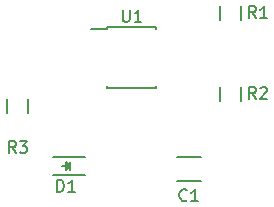
<source format=gto>
G04 #@! TF.FileFunction,Legend,Top*
%FSLAX46Y46*%
G04 Gerber Fmt 4.6, Leading zero omitted, Abs format (unit mm)*
G04 Created by KiCad (PCBNEW 4.0.2-stable) date 2016 May 30, Monday 20:39:18*
%MOMM*%
G01*
G04 APERTURE LIST*
%ADD10C,0.100000*%
%ADD11C,0.150000*%
G04 APERTURE END LIST*
D10*
D11*
X150892000Y-113547000D02*
X152892000Y-113547000D01*
X152892000Y-111497000D02*
X150892000Y-111497000D01*
X143078000Y-111518000D02*
X140378000Y-111518000D01*
X143078000Y-113018000D02*
X140378000Y-113018000D01*
X141578000Y-112118000D02*
X141578000Y-112368000D01*
X141578000Y-112368000D02*
X141728000Y-112218000D01*
X141828000Y-112618000D02*
X141828000Y-111918000D01*
X141478000Y-112268000D02*
X141128000Y-112268000D01*
X141828000Y-112268000D02*
X141478000Y-112618000D01*
X141478000Y-112618000D02*
X141478000Y-111918000D01*
X141478000Y-111918000D02*
X141828000Y-112268000D01*
X154573000Y-99914000D02*
X154573000Y-98714000D01*
X156323000Y-98714000D02*
X156323000Y-99914000D01*
X154573000Y-106772000D02*
X154573000Y-105572000D01*
X156323000Y-105572000D02*
X156323000Y-106772000D01*
X136539000Y-107788000D02*
X136539000Y-106588000D01*
X138289000Y-106588000D02*
X138289000Y-107788000D01*
X144991000Y-100549000D02*
X144991000Y-100694000D01*
X149141000Y-100549000D02*
X149141000Y-100694000D01*
X149141000Y-105699000D02*
X149141000Y-105554000D01*
X144991000Y-105699000D02*
X144991000Y-105554000D01*
X144991000Y-100549000D02*
X149141000Y-100549000D01*
X144991000Y-105699000D02*
X149141000Y-105699000D01*
X144991000Y-100694000D02*
X143591000Y-100694000D01*
X151725334Y-115179143D02*
X151677715Y-115226762D01*
X151534858Y-115274381D01*
X151439620Y-115274381D01*
X151296762Y-115226762D01*
X151201524Y-115131524D01*
X151153905Y-115036286D01*
X151106286Y-114845810D01*
X151106286Y-114702952D01*
X151153905Y-114512476D01*
X151201524Y-114417238D01*
X151296762Y-114322000D01*
X151439620Y-114274381D01*
X151534858Y-114274381D01*
X151677715Y-114322000D01*
X151725334Y-114369619D01*
X152677715Y-115274381D02*
X152106286Y-115274381D01*
X152392000Y-115274381D02*
X152392000Y-114274381D01*
X152296762Y-114417238D01*
X152201524Y-114512476D01*
X152106286Y-114560095D01*
X140739905Y-114470381D02*
X140739905Y-113470381D01*
X140978000Y-113470381D01*
X141120858Y-113518000D01*
X141216096Y-113613238D01*
X141263715Y-113708476D01*
X141311334Y-113898952D01*
X141311334Y-114041810D01*
X141263715Y-114232286D01*
X141216096Y-114327524D01*
X141120858Y-114422762D01*
X140978000Y-114470381D01*
X140739905Y-114470381D01*
X142263715Y-114470381D02*
X141692286Y-114470381D01*
X141978000Y-114470381D02*
X141978000Y-113470381D01*
X141882762Y-113613238D01*
X141787524Y-113708476D01*
X141692286Y-113756095D01*
X157567334Y-99766381D02*
X157234000Y-99290190D01*
X156995905Y-99766381D02*
X156995905Y-98766381D01*
X157376858Y-98766381D01*
X157472096Y-98814000D01*
X157519715Y-98861619D01*
X157567334Y-98956857D01*
X157567334Y-99099714D01*
X157519715Y-99194952D01*
X157472096Y-99242571D01*
X157376858Y-99290190D01*
X156995905Y-99290190D01*
X158519715Y-99766381D02*
X157948286Y-99766381D01*
X158234000Y-99766381D02*
X158234000Y-98766381D01*
X158138762Y-98909238D01*
X158043524Y-99004476D01*
X157948286Y-99052095D01*
X157567334Y-106624381D02*
X157234000Y-106148190D01*
X156995905Y-106624381D02*
X156995905Y-105624381D01*
X157376858Y-105624381D01*
X157472096Y-105672000D01*
X157519715Y-105719619D01*
X157567334Y-105814857D01*
X157567334Y-105957714D01*
X157519715Y-106052952D01*
X157472096Y-106100571D01*
X157376858Y-106148190D01*
X156995905Y-106148190D01*
X157948286Y-105719619D02*
X157995905Y-105672000D01*
X158091143Y-105624381D01*
X158329239Y-105624381D01*
X158424477Y-105672000D01*
X158472096Y-105719619D01*
X158519715Y-105814857D01*
X158519715Y-105910095D01*
X158472096Y-106052952D01*
X157900667Y-106624381D01*
X158519715Y-106624381D01*
X137247334Y-111196381D02*
X136914000Y-110720190D01*
X136675905Y-111196381D02*
X136675905Y-110196381D01*
X137056858Y-110196381D01*
X137152096Y-110244000D01*
X137199715Y-110291619D01*
X137247334Y-110386857D01*
X137247334Y-110529714D01*
X137199715Y-110624952D01*
X137152096Y-110672571D01*
X137056858Y-110720190D01*
X136675905Y-110720190D01*
X137580667Y-110196381D02*
X138199715Y-110196381D01*
X137866381Y-110577333D01*
X138009239Y-110577333D01*
X138104477Y-110624952D01*
X138152096Y-110672571D01*
X138199715Y-110767810D01*
X138199715Y-111005905D01*
X138152096Y-111101143D01*
X138104477Y-111148762D01*
X138009239Y-111196381D01*
X137723524Y-111196381D01*
X137628286Y-111148762D01*
X137580667Y-111101143D01*
X146304095Y-99076381D02*
X146304095Y-99885905D01*
X146351714Y-99981143D01*
X146399333Y-100028762D01*
X146494571Y-100076381D01*
X146685048Y-100076381D01*
X146780286Y-100028762D01*
X146827905Y-99981143D01*
X146875524Y-99885905D01*
X146875524Y-99076381D01*
X147875524Y-100076381D02*
X147304095Y-100076381D01*
X147589809Y-100076381D02*
X147589809Y-99076381D01*
X147494571Y-99219238D01*
X147399333Y-99314476D01*
X147304095Y-99362095D01*
M02*

</source>
